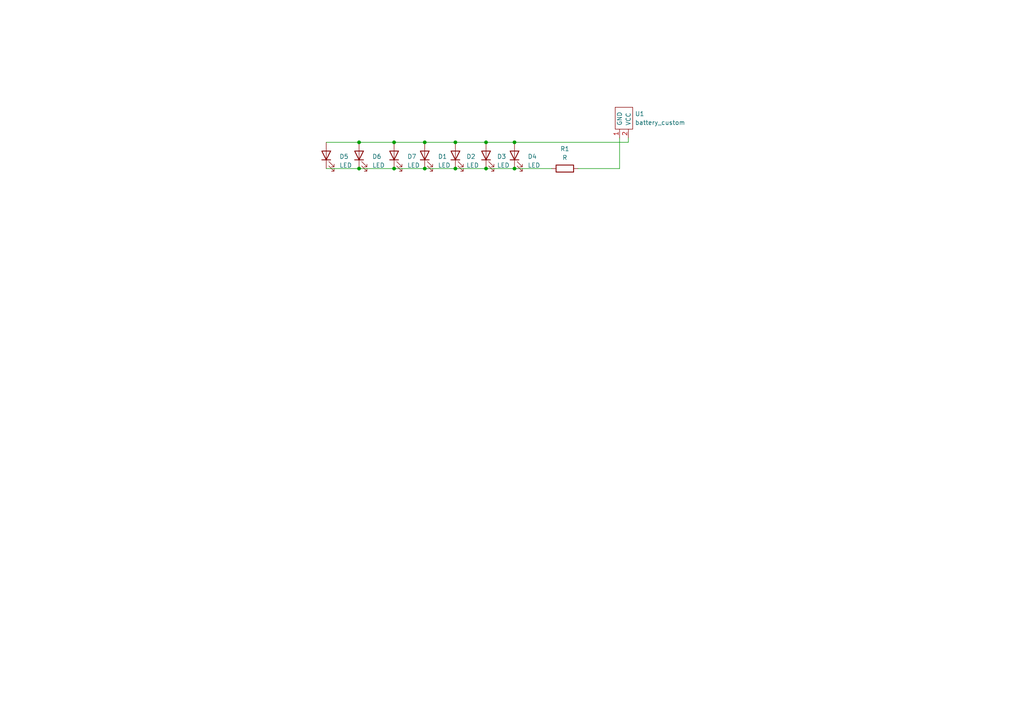
<source format=kicad_sch>
(kicad_sch (version 20211123) (generator eeschema)
  (paper "A4")
  (lib_symbols
    (symbol "Device:LED" (pin_numbers hide) (pin_names (offset 1.016) hide)
      (property "Reference" "D" (at 0 2.54 0))
      (property "Value" "LED" (at 0 -2.54 0))
      (symbol "LED_0_1"
        (polyline (pts (xy -1.27 -1.27) (xy -1.27 1.27)) (stroke (width 0.254)))
        (polyline (pts (xy -1.27 0) (xy 1.27 0)))
        (polyline (pts (xy 1.27 -1.27) (xy 1.27 1.27) (xy -1.27 0) (xy 1.27 -1.27)) (stroke (width 0.254)))
        (polyline (pts (xy -3.048 -0.762) (xy -4.572 -2.286) (xy -3.81 -2.286) (xy -4.572 -2.286) (xy -4.572 -1.524)))
        (polyline (pts (xy -1.778 -0.762) (xy -3.302 -2.286) (xy -2.54 -2.286) (xy -3.302 -2.286) (xy -3.302 -1.524)))
      )
      (symbol "LED_1_1"
        (pin passive line (at -3.81 0 0) (length 2.54) (name "K") (number "1"))
        (pin passive line (at 3.81 0 180) (length 2.54) (name "A") (number "2"))
      )
    )
    (symbol "Device:R" (pin_numbers hide) (pin_names (offset 0))
      (property "Reference" "R" (at 2.032 0 90))
      (property "Value" "R" (at 0 0 90))
      (symbol "R_0_1"
        (rectangle (start -1.016 -2.54) (end 1.016 2.54) (stroke (width 0.254)))
      )
      (symbol "R_1_1"
        (pin passive line (at 0 3.81 270) (length 1.27) (name "~") (number "1"))
        (pin passive line (at 0 -3.81 90) (length 1.27) (name "~") (number "2"))
      )
    )
    (symbol "battery_custom:battery_custom" (pin_names (offset 1.016))
      (property "Reference" "U" (at 3.81 3.81 90))
      (property "Value" "battery_custom" (at -5.08 3.81 90))
      (symbol "battery_custom_0_1"
        (rectangle (start -2.54 0) (end 2.54 6.35))
      )
      (symbol "battery_custom_1_1"
        (pin input line (at -1.27 -2.54 90) (length 2.54) (name "GND") (number "1"))
        (pin input line (at 1.27 -2.54 90) (length 2.54) (name "VCC") (number "2"))
      )
    )
  )
  (junction (at 104.14 41.275))
  (junction (at 140.97 41.275))
  (junction (at 123.19 48.895))
  (junction (at 114.3 48.895))
  (junction (at 149.225 41.275))
  (junction (at 132.08 41.275))
  (junction (at 104.14 48.895))
  (junction (at 132.08 48.895))
  (junction (at 123.19 41.275))
  (junction (at 149.225 48.895))
  (junction (at 114.3 41.275))
  (junction (at 140.97 48.895))
  (wire (pts (xy 114.3 48.895) (xy 123.19 48.895)))
  (wire (pts (xy 132.08 41.275) (xy 140.97 41.275)))
  (wire (pts (xy 149.225 41.275) (xy 182.245 41.275)))
  (wire (pts (xy 104.14 41.275) (xy 114.3 41.275)))
  (wire (pts (xy 94.615 48.895) (xy 104.14 48.895)))
  (wire (pts (xy 123.19 48.895) (xy 132.08 48.895)))
  (wire (pts (xy 167.64 48.895) (xy 179.705 48.895)))
  (wire (pts (xy 104.14 48.895) (xy 114.3 48.895)))
  (wire (pts (xy 182.245 41.275) (xy 182.245 40.005)))
  (wire (pts (xy 140.97 41.275) (xy 149.225 41.275)))
  (wire (pts (xy 123.19 41.275) (xy 132.08 41.275)))
  (wire (pts (xy 94.615 41.275) (xy 104.14 41.275)))
  (wire (pts (xy 132.08 48.895) (xy 140.97 48.895)))
  (wire (pts (xy 114.3 41.275) (xy 123.19 41.275)))
  (wire (pts (xy 149.225 48.895) (xy 160.02 48.895)))
  (wire (pts (xy 140.97 48.895) (xy 149.225 48.895)))
  (wire (pts (xy 179.705 40.005) (xy 179.705 48.895)))
  (symbol (lib_id "Device:LED") (at 149.225 45.085 90) (unit 1)
    (property "Reference" "D4" (at 153.035 45.4024 90) (effects (justify right)))
    (property "Value" "LED" (at 153.035 47.9424 90) (effects (justify right)))
    (property "Footprint" "LED_SMD:LED_0603_1608Metric_Pad1.05x0.95mm_HandSolder" (effects hide))
  )
  (symbol (lib_id "Device:LED") (at 94.615 45.085 90) (unit 1)
    (property "Reference" "D5" (at 98.425 45.4024 90) (effects (justify right)))
    (property "Value" "LED" (at 98.425 47.9424 90) (effects (justify right)))
    (property "Footprint" "LED_SMD:LED_0603_1608Metric_Pad1.05x0.95mm_HandSolder" (effects hide))
  )
  (symbol (lib_id "Device:R") (at 163.83 48.895 90) (unit 1)
    (property "Reference" "R1" (at 163.83 43.18 90))
    (property "Value" "R" (at 163.83 45.72 90))
    (property "Footprint" "Resistor_SMD:R_0603_1608Metric_Pad0.98x0.95mm_HandSolder" (effects hide))
  )
  (symbol (lib_id "Device:LED") (at 123.19 45.085 90) (unit 1)
    (property "Reference" "D1" (at 127 45.4024 90) (effects (justify right)))
    (property "Value" "LED" (at 127 47.9424 90) (effects (justify right)))
    (property "Footprint" "LED_SMD:LED_0603_1608Metric_Pad1.05x0.95mm_HandSolder" (effects hide))
  )
  (symbol (lib_id "Device:LED") (at 104.14 45.085 90) (unit 1)
    (property "Reference" "D6" (at 107.95 45.4024 90) (effects (justify right)))
    (property "Value" "LED" (at 107.95 47.9424 90) (effects (justify right)))
    (property "Footprint" "LED_SMD:LED_0603_1608Metric_Pad1.05x0.95mm_HandSolder" (effects hide))
  )
  (symbol (lib_id "Device:LED") (at 132.08 45.085 90) (unit 1)
    (property "Reference" "D2" (at 135.255 45.4024 90) (effects (justify right)))
    (property "Value" "LED" (at 135.255 47.9424 90) (effects (justify right)))
    (property "Footprint" "LED_SMD:LED_0603_1608Metric_Pad1.05x0.95mm_HandSolder" (effects hide))
  )
  (symbol (lib_id "Device:LED") (at 140.97 45.085 90) (unit 1)
    (property "Reference" "D3" (at 144.145 45.4024 90) (effects (justify right)))
    (property "Value" "LED" (at 144.145 47.9424 90) (effects (justify right)))
    (property "Footprint" "LED_SMD:LED_0603_1608Metric_Pad1.05x0.95mm_HandSolder" (effects hide))
  )
  (symbol (lib_id "Device:LED") (at 114.3 45.085 90) (unit 1)
    (property "Reference" "D7" (at 118.11 45.4024 90) (effects (justify right)))
    (property "Value" "LED" (at 118.11 47.9424 90) (effects (justify right)))
    (property "Footprint" "LED_SMD:LED_0603_1608Metric_Pad1.05x0.95mm_HandSolder" (effects hide))
  )
  (symbol (lib_id "battery_custom:battery_custom") (at 180.975 37.465 0) (unit 1)
    (property "Reference" "U1" (at 184.15 33.0199 0) (effects (justify left)))
    (property "Value" "battery_custom" (at 184.15 35.5599 0) (effects (justify left)))
    (property "Footprint" "battery_connector_custom:vcc_gnd_2pin_custom_smd_close" (effects hide))
  )
)
</source>
